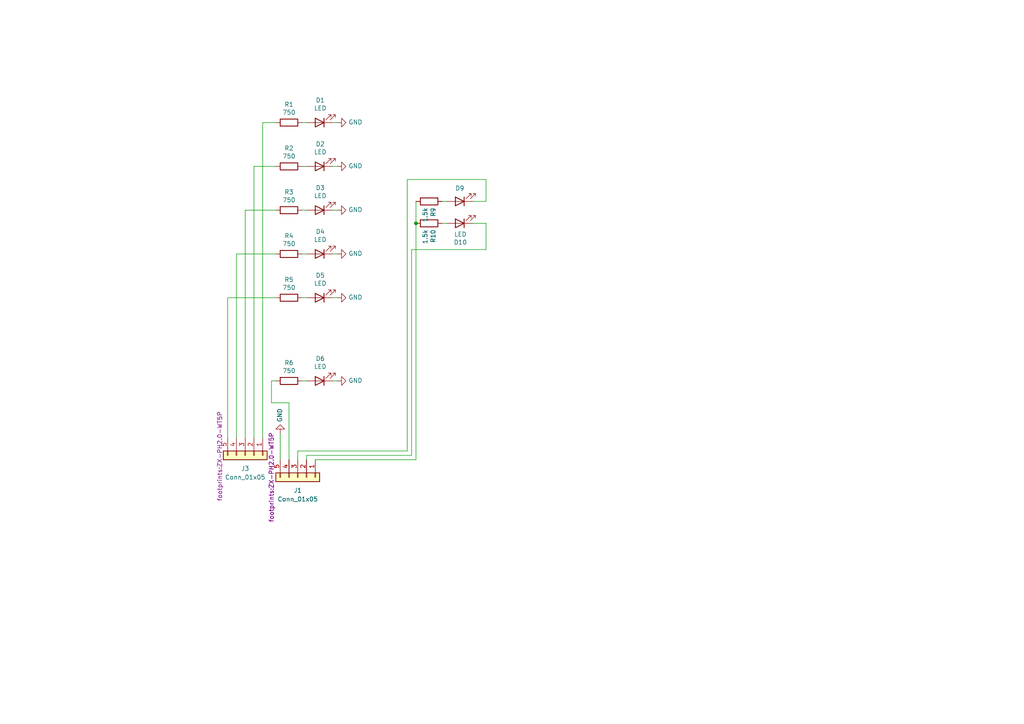
<source format=kicad_sch>
(kicad_sch (version 20231120) (generator "eeschema") (generator_version "8.0")
  (paper "A4")
  (title_block (title "Front Plate") (company "AA Research"))
  (lib_symbols
    (symbol "Connector_Generic:Conn_01x05" (pin_names (offset 1.016) hide)
      (property "Reference" "J" (at 0 7.62 0))
      (property "Value" "Conn_01x05" (at 0 -7.62 0))
      (symbol "Conn_01x05_1_1"
        (rectangle (start -1.27 -4.953) (end 0 -5.207) (stroke (width 0.1524)))
        (rectangle (start -1.27 -2.413) (end 0 -2.667) (stroke (width 0.1524)))
        (rectangle (start -1.27 0.127) (end 0 -0.127) (stroke (width 0.1524)))
        (rectangle (start -1.27 2.667) (end 0 2.413) (stroke (width 0.1524)))
        (rectangle (start -1.27 5.207) (end 0 4.953) (stroke (width 0.1524)))
        (rectangle (start -1.27 6.35) (end 1.27 -6.35) (stroke (width 0.254)) (fill (type background)))
        (pin passive line (at -5.08 5.08 0) (length 3.81) (name "Pin_1") (number "1"))
        (pin passive line (at -5.08 2.54 0) (length 3.81) (name "Pin_2") (number "2"))
        (pin passive line (at -5.08 0 0) (length 3.81) (name "Pin_3") (number "3"))
        (pin passive line (at -5.08 -2.54 0) (length 3.81) (name "Pin_4") (number "4"))
        (pin passive line (at -5.08 -5.08 0) (length 3.81) (name "Pin_5") (number "5"))
      )
    )
    (symbol "Device:LED" (pin_numbers hide) (pin_names (offset 1.016) hide)
      (property "Reference" "D" (at 0 2.54 0))
      (property "Value" "LED" (at 0 -2.54 0))
      (symbol "LED_0_1"
        (polyline (pts (xy -1.27 -1.27) (xy -1.27 1.27)) (stroke (width 0.254)))
        (polyline (pts (xy -1.27 0) (xy 1.27 0)))
        (polyline (pts (xy 1.27 -1.27) (xy 1.27 1.27) (xy -1.27 0) (xy 1.27 -1.27)) (stroke (width 0.254)))
        (polyline (pts (xy -3.048 -0.762) (xy -4.572 -2.286) (xy -3.81 -2.286) (xy -4.572 -2.286) (xy -4.572 -1.524)))
        (polyline (pts (xy -1.778 -0.762) (xy -3.302 -2.286) (xy -2.54 -2.286) (xy -3.302 -2.286) (xy -3.302 -1.524)))
      )
      (symbol "LED_1_1"
        (pin passive line (at -3.81 0 0) (length 2.54) (name "K") (number "1"))
        (pin passive line (at 3.81 0 180) (length 2.54) (name "A") (number "2"))
      )
    )
    (symbol "Device:R" (pin_numbers hide) (pin_names (offset 0))
      (property "Reference" "R" (at 2.032 0 90))
      (property "Value" "R" (at 0 0 90))
      (symbol "R_0_1"
        (rectangle (start -1.016 -2.54) (end 1.016 2.54) (stroke (width 0.254)))
      )
      (symbol "R_1_1"
        (pin passive line (at 0 3.81 270) (length 1.27) (name "~") (number "1"))
        (pin passive line (at 0 -3.81 90) (length 1.27) (name "~") (number "2"))
      )
    )
    (symbol "niche65_mk2_left-rescue:GND-power" (power) (pin_names (offset 0))
      (property "Value" "power_GND" (at 0 -3.81 0))
      (symbol "GND-power_0_1"
        (polyline (pts (xy 0 0) (xy 0 -1.27) (xy 1.27 -1.27) (xy 0 -2.54) (xy -1.27 -1.27) (xy 0 -1.27)))
      )
      (symbol "GND-power_1_1"
        (pin power_in line (at 0 0 270) (length 0) hide (name "GND") (number "1"))
      )
    )
  )
  (junction (at 120.65 64.77))
  (wire (pts (xy 88.9 133.35) (xy 88.9 132.08)))
  (wire (pts (xy 137.16 58.42) (xy 140.97 58.42)))
  (wire (pts (xy 118.11 52.07) (xy 118.11 130.81)))
  (wire (pts (xy 68.58 127) (xy 68.58 73.66)))
  (wire (pts (xy 71.12 127) (xy 71.12 60.96)))
  (wire (pts (xy 83.82 116.84) (xy 78.74 116.84)))
  (wire (pts (xy 97.79 73.66) (xy 96.52 73.66)))
  (wire (pts (xy 119.38 132.08) (xy 119.38 72.39)))
  (wire (pts (xy 140.97 64.77) (xy 137.16 64.77)))
  (wire (pts (xy 128.27 58.42) (xy 129.54 58.42)))
  (wire (pts (xy 71.12 60.96) (xy 80.01 60.96)))
  (wire (pts (xy 88.9 60.96) (xy 87.63 60.96)))
  (wire (pts (xy 97.79 60.96) (xy 96.52 60.96)))
  (wire (pts (xy 88.9 73.66) (xy 87.63 73.66)))
  (wire (pts (xy 66.04 127) (xy 66.04 86.36)))
  (wire (pts (xy 88.9 48.26) (xy 87.63 48.26)))
  (wire (pts (xy 73.66 127) (xy 73.66 48.26)))
  (wire (pts (xy 97.79 110.49) (xy 96.52 110.49)))
  (wire (pts (xy 140.97 58.42) (xy 140.97 52.07)))
  (wire (pts (xy 88.9 86.36) (xy 87.63 86.36)))
  (wire (pts (xy 66.04 86.36) (xy 80.01 86.36)))
  (wire (pts (xy 128.27 64.77) (xy 129.54 64.77)))
  (wire (pts (xy 73.66 48.26) (xy 80.01 48.26)))
  (wire (pts (xy 119.38 72.39) (xy 140.97 72.39)))
  (wire (pts (xy 86.36 130.81) (xy 86.36 133.35)))
  (wire (pts (xy 86.36 130.81) (xy 118.11 130.81)))
  (wire (pts (xy 88.9 132.08) (xy 119.38 132.08)))
  (wire (pts (xy 97.79 48.26) (xy 96.52 48.26)))
  (wire (pts (xy 140.97 72.39) (xy 140.97 64.77)))
  (wire (pts (xy 76.2 35.56) (xy 80.01 35.56)))
  (wire (pts (xy 120.65 58.42) (xy 120.65 64.77)))
  (wire (pts (xy 68.58 73.66) (xy 80.01 73.66)))
  (wire (pts (xy 83.82 133.35) (xy 83.82 116.84)))
  (wire (pts (xy 91.44 133.35) (xy 120.65 133.35)))
  (wire (pts (xy 118.11 52.07) (xy 140.97 52.07)))
  (wire (pts (xy 81.28 133.35) (xy 81.28 125.73)))
  (wire (pts (xy 88.9 110.49) (xy 87.63 110.49)))
  (wire (pts (xy 97.79 86.36) (xy 96.52 86.36)))
  (wire (pts (xy 97.79 35.56) (xy 96.52 35.56)))
  (wire (pts (xy 76.2 127) (xy 76.2 35.56)))
  (wire (pts (xy 78.74 116.84) (xy 78.74 110.49)))
  (wire (pts (xy 78.74 110.49) (xy 80.01 110.49)))
  (wire (pts (xy 120.65 133.35) (xy 120.65 64.77)))
  (wire (pts (xy 88.9 35.56) (xy 87.63 35.56)))
  (symbol (lib_id "Device:R") (at 124.46 64.77 270) (unit 1)
    (property "Reference" "R10" (at 125.6284 66.548 0) (effects (justify left)))
    (property "Value" "1.5k" (at 123.317 66.548 0) (effects (justify left)))
    (property "Footprint" "Resistor_SMD:R_0603_1608Metric" (effects (hide yes)))
    (property "Description" "Resistor" (effects (hide yes)))
  )
  (symbol (lib_id "niche65_mk2_left-rescue:GND-power") (at 97.79 48.26 90) (unit 1)
    (property "Reference" "#PWR02" (effects (hide yes)))
    (property "Value" "GND" (at 101.0412 48.133 90) (effects (justify right)))
  )
  (symbol (lib_id "niche65_mk2_left-rescue:GND-power") (at 97.79 35.56 90) (unit 1)
    (property "Reference" "#PWR01" (effects (hide yes)))
    (property "Value" "GND" (at 101.0412 35.433 90) (effects (justify right)))
  )
  (symbol (lib_id "Device:R") (at 83.82 48.26 270) (unit 1)
    (property "Reference" "R2" (at 83.82 43.0022 90))
    (property "Value" "750" (at 83.82 45.3136 90))
    (property "Footprint" "Resistor_SMD:R_0603_1608Metric" (effects (hide yes)))
    (property "Description" "Resistor" (effects (hide yes)))
  )
  (symbol (lib_id "Device:R") (at 83.82 110.49 270) (unit 1)
    (property "Reference" "R6" (at 83.82 105.2322 90))
    (property "Value" "750" (at 83.82 107.5436 90))
    (property "Footprint" "Resistor_SMD:R_0603_1608Metric" (effects (hide yes)))
    (property "Description" "Resistor" (effects (hide yes)))
  )
  (symbol (lib_id "Device:LED") (at 133.35 64.77 180) (unit 1)
    (property "Reference" "D10" (at 133.5278 70.2818 0))
    (property "Value" "LED" (at 133.5278 67.9704 0))
    (property "Footprint" "LED_SMD:LED_0603_1608Metric" (effects (hide yes)))
    (property "Description" "Light emitting diode" (effects (hide yes)))
  )
  (symbol (lib_id "Device:LED") (at 92.71 73.66 180) (unit 1)
    (property "Reference" "D4" (at 92.8878 67.183 0))
    (property "Value" "LED" (at 92.8878 69.4944 0))
    (property "Footprint" "LED_SMD:LED_1206_3216Metric" (effects (hide yes)))
    (property "Description" "Light emitting diode" (effects (hide yes)))
  )
  (symbol (lib_id "Connector_Generic:Conn_01x05") (at 71.12 132.08 270) (unit 1)
    (property "Reference" "J3" (at 71.12 135.89 90))
    (property "Value" "Conn_01x05" (at 71.12 138.43 90))
    (property "Footprint" "footprints:ZX-PH2.0-WT5P" (at 63.754 132.334 0))
    (property "Description" "Generic connector, single row, 01x05, script generated (kicad-library-utils/schlib/autogen/connector/)" (effects (hide yes)))
  )
  (symbol (lib_id "niche65_mk2_left-rescue:GND-power") (at 97.79 73.66 90) (unit 1)
    (property "Reference" "#PWR04" (effects (hide yes)))
    (property "Value" "GND" (at 101.0412 73.533 90) (effects (justify right)))
  )
  (symbol (lib_id "niche65_mk2_left-rescue:GND-power") (at 81.28 125.73 180) (unit 1)
    (property "Reference" "#PWR07" (effects (hide yes)))
    (property "Value" "GND" (at 81.153 122.4788 90) (effects (justify right)))
  )
  (symbol (lib_id "niche65_mk2_left-rescue:GND-power") (at 97.79 110.49 90) (unit 1)
    (property "Reference" "#PWR06" (effects (hide yes)))
    (property "Value" "GND" (at 101.0412 110.363 90) (effects (justify right)))
  )
  (symbol (lib_id "Connector_Generic:Conn_01x05") (at 86.36 138.43 270) (unit 1)
    (property "Reference" "J1" (at 86.36 142.24 90))
    (property "Value" "Conn_01x05" (at 86.36 144.78 90))
    (property "Footprint" "footprints:ZX-PH2.0-WT5P" (at 78.74 138.43 0))
    (property "Description" "Generic connector, single row, 01x05, script generated (kicad-library-utils/schlib/autogen/connector/)" (effects (hide yes)))
  )
  (symbol (lib_id "Device:R") (at 83.82 73.66 270) (unit 1)
    (property "Reference" "R4" (at 83.82 68.4022 90))
    (property "Value" "750" (at 83.82 70.7136 90))
    (property "Footprint" "Resistor_SMD:R_0603_1608Metric" (effects (hide yes)))
    (property "Description" "Resistor" (effects (hide yes)))
  )
  (symbol (lib_id "Device:R") (at 83.82 60.96 270) (unit 1)
    (property "Reference" "R3" (at 83.82 55.7022 90))
    (property "Value" "750" (at 83.82 58.0136 90))
    (property "Footprint" "Resistor_SMD:R_0603_1608Metric" (effects (hide yes)))
    (property "Description" "Resistor" (effects (hide yes)))
  )
  (symbol (lib_id "Device:LED") (at 92.71 110.49 180) (unit 1)
    (property "Reference" "D6" (at 92.8878 104.013 0))
    (property "Value" "LED" (at 92.8878 106.3244 0))
    (property "Footprint" "LED_SMD:LED_1206_3216Metric" (effects (hide yes)))
    (property "Description" "Light emitting diode" (effects (hide yes)))
  )
  (symbol (lib_id "Device:LED") (at 92.71 86.36 180) (unit 1)
    (property "Reference" "D5" (at 92.8878 79.883 0))
    (property "Value" "LED" (at 92.8878 82.1944 0))
    (property "Footprint" "LED_SMD:LED_1206_3216Metric" (effects (hide yes)))
    (property "Description" "Light emitting diode" (effects (hide yes)))
  )
  (symbol (lib_id "Device:LED") (at 133.35 58.42 180) (unit 1)
    (property "Reference" "D9" (at 133.35 54.61 0))
    (property "Value" "LED" (effects (hide yes)))
    (property "Footprint" "LED_SMD:LED_0603_1608Metric" (effects (hide yes)))
    (property "Description" "Light emitting diode" (effects (hide yes)))
  )
  (symbol (lib_id "niche65_mk2_left-rescue:GND-power") (at 97.79 60.96 90) (unit 1)
    (property "Reference" "#PWR03" (effects (hide yes)))
    (property "Value" "GND" (at 101.0412 60.833 90) (effects (justify right)))
  )
  (symbol (lib_id "Device:LED") (at 92.71 35.56 180) (unit 1)
    (property "Reference" "D1" (at 92.8878 29.083 0))
    (property "Value" "LED" (at 92.8878 31.3944 0))
    (property "Footprint" "LED_SMD:LED_1206_3216Metric" (effects (hide yes)))
    (property "Description" "Light emitting diode" (effects (hide yes)))
  )
  (symbol (lib_id "Device:R") (at 83.82 35.56 270) (unit 1)
    (property "Reference" "R1" (at 83.82 30.3022 90))
    (property "Value" "750" (at 83.82 32.6136 90))
    (property "Footprint" "Resistor_SMD:R_0603_1608Metric" (effects (hide yes)))
    (property "Description" "Resistor" (effects (hide yes)))
  )
  (symbol (lib_id "Device:R") (at 83.82 86.36 270) (unit 1)
    (property "Reference" "R5" (at 83.82 81.1022 90))
    (property "Value" "750" (at 83.82 83.4136 90))
    (property "Footprint" "Resistor_SMD:R_0603_1608Metric" (effects (hide yes)))
    (property "Description" "Resistor" (effects (hide yes)))
  )
  (symbol (lib_id "niche65_mk2_left-rescue:GND-power") (at 97.79 86.36 90) (unit 1)
    (property "Reference" "#PWR05" (effects (hide yes)))
    (property "Value" "GND" (at 101.0412 86.233 90) (effects (justify right)))
  )
  (symbol (lib_id "Device:LED") (at 92.71 60.96 180) (unit 1)
    (property "Reference" "D3" (at 92.8878 54.483 0))
    (property "Value" "LED" (at 92.8878 56.7944 0))
    (property "Footprint" "LED_SMD:LED_1206_3216Metric" (effects (hide yes)))
    (property "Description" "Light emitting diode" (effects (hide yes)))
  )
  (symbol (lib_id "Device:R") (at 124.46 58.42 270) (unit 1)
    (property "Reference" "R9" (at 125.6284 60.198 0) (effects (justify left)))
    (property "Value" "1.5k" (at 123.317 60.198 0) (effects (justify left)))
    (property "Footprint" "Resistor_SMD:R_0603_1608Metric" (effects (hide yes)))
    (property "Description" "Resistor" (effects (hide yes)))
  )
  (symbol (lib_id "Device:LED") (at 92.71 48.26 180) (unit 1)
    (property "Reference" "D2" (at 92.8878 41.783 0))
    (property "Value" "LED" (at 92.8878 44.0944 0))
    (property "Footprint" "LED_SMD:LED_1206_3216Metric" (effects (hide yes)))
    (property "Description" "Light emitting diode" (effects (hide yes)))
  )
)
</source>
